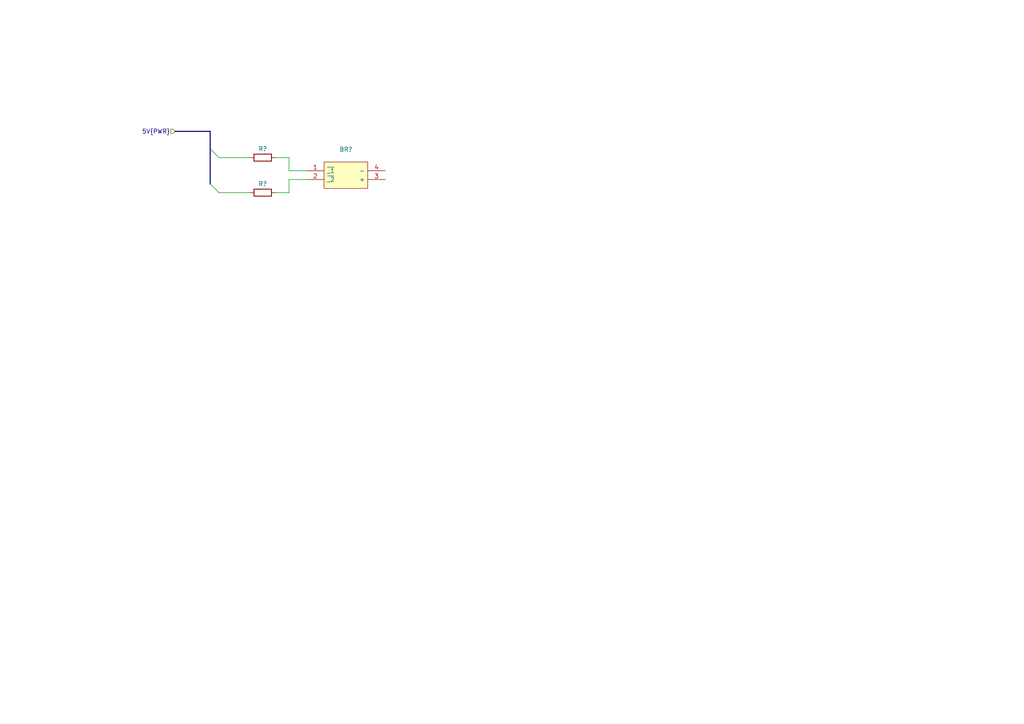
<source format=kicad_sch>
(kicad_sch (version 20211123) (generator eeschema)
  (paper "A4")
  (lib_symbols
    (symbol "Device:R" (pin_numbers hide) (pin_names (offset 0))
      (property "Reference" "R" (at 2.032 0 90))
      (property "Value" "R" (at 0 0 90))
      (symbol "R_0_1"
        (rectangle (start -1.016 -2.54) (end 1.016 2.54) (stroke (width 0.254)))
      )
      (symbol "R_1_1"
        (pin passive line (at 0 3.81 270) (length 1.27) (name "~") (number "1"))
        (pin passive line (at 0 -3.81 90) (length 1.27) (name "~") (number "2"))
      )
    )
    (symbol "OxySwitch:RH06-T" (pin_names (offset 0.762))
      (property "Reference" "BR" (at 19.05 7.62 0))
      (property "Value" "RH06-T" (at 19.05 5.08 0))
      (symbol "RH06-T_0_0"
        (pin passive line (at 0 0 0) (length 5.08) (name "~{_1}") (number "1"))
        (pin passive line (at 0 -2.54 0) (length 5.08) (name "~{_2}") (number "2"))
        (pin passive line (at 22.86 -2.54 180) (length 5.08) (name "+") (number "3"))
        (pin power_out line (at 22.86 0 180) (length 5.08) (name "-") (number "4"))
      )
      (symbol "RH06-T_0_1"
        (polyline (pts (xy 5.08 2.54) (xy 17.78 2.54) (xy 17.78 -5.08) (xy 5.08 -5.08) (xy 5.08 2.54)) (stroke (width 0.1524)) (fill (type background)))
      )
    )
  )
  (bus_entry (at 60.96 43.18) (size 2.54 2.54))
  (bus_entry (at 60.96 53.34) (size 2.54 2.54))
  (wire (pts (xy 83.82 49.53) (xy 88.9 49.53)))
  (bus (pts (xy 60.96 53.34) (xy 60.96 43.18)))
  (wire (pts (xy 80.01 45.72) (xy 83.82 45.72)))
  (wire (pts (xy 83.82 52.07) (xy 88.9 52.07)))
  (bus (pts (xy 50.8 38.1) (xy 60.96 38.1)))
  (wire (pts (xy 63.5 55.88) (xy 72.39 55.88)))
  (wire (pts (xy 63.5 45.72) (xy 72.39 45.72)))
  (bus (pts (xy 60.96 38.1) (xy 60.96 43.18)))
  (wire (pts (xy 83.82 45.72) (xy 83.82 49.53)))
  (wire (pts (xy 83.82 55.88) (xy 83.82 52.07)))
  (wire (pts (xy 80.01 55.88) (xy 83.82 55.88)))
  (hierarchical_label "5V{PWR}" (shape input) (at 50.8 38.1 180))
  (symbol (lib_id "OxySwitch:RH06-T") (at 88.9 49.53 0) (unit 1)
    (property "Reference" "BR?" (at 100.33 43.341 0))
    (property "Datasheet" "https://www.diodes.com/assets/Datasheets/ds30137.pdf" (effects hide))
    (property "Description" "Bridge Rectifiers 0.5A 600V" (effects hide))
    (property "Height" "3" (effects hide))
    (property "Manufacturer_Name" "Diodes Inc." (effects hide))
    (property "Manufacturer_Part_Number" "RH06-T" (effects hide))
    (property "Mouser Part Number" "621-RH06-T" (effects hide))
    (property "Mouser Price/Stock" "https://www.mouser.co.uk/ProductDetail/Diodes-Incorporated/RH06-T?qs=sxN%252BoM2fis%2FIz4Q66ep0xQ%3D%3D" (effects hide))
    (property "Arrow Part Number" "RH06-T" (effects hide))
    (property "Arrow Price/Stock" "https://www.arrow.com/en/products/rh06-t/diodes-incorporated?region=nac" (effects hide))
  )
  (symbol (lib_id "Device:R") (at 76.2 55.88 90) (unit 1)
    (property "Reference" "R?" (at 76.2 53.34 90))
  )
  (symbol (lib_id "Device:R") (at 76.2 45.72 90) (unit 1)
    (property "Reference" "R?" (at 76.2 43.18 90))
  )
)
</source>
